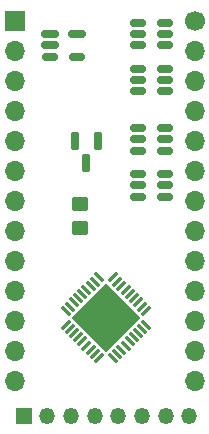
<source format=gbr>
%TF.GenerationSoftware,KiCad,Pcbnew,7.0.8*%
%TF.CreationDate,2024-04-19T17:39:30-04:00*%
%TF.ProjectId,rcl57_mcu,72636c35-375f-46d6-9375-2e6b69636164,rev?*%
%TF.SameCoordinates,Original*%
%TF.FileFunction,Soldermask,Top*%
%TF.FilePolarity,Negative*%
%FSLAX46Y46*%
G04 Gerber Fmt 4.6, Leading zero omitted, Abs format (unit mm)*
G04 Created by KiCad (PCBNEW 7.0.8) date 2024-04-19 17:39:30*
%MOMM*%
%LPD*%
G01*
G04 APERTURE LIST*
G04 Aperture macros list*
%AMRoundRect*
0 Rectangle with rounded corners*
0 $1 Rounding radius*
0 $2 $3 $4 $5 $6 $7 $8 $9 X,Y pos of 4 corners*
0 Add a 4 corners polygon primitive as box body*
4,1,4,$2,$3,$4,$5,$6,$7,$8,$9,$2,$3,0*
0 Add four circle primitives for the rounded corners*
1,1,$1+$1,$2,$3*
1,1,$1+$1,$4,$5*
1,1,$1+$1,$6,$7*
1,1,$1+$1,$8,$9*
0 Add four rect primitives between the rounded corners*
20,1,$1+$1,$2,$3,$4,$5,0*
20,1,$1+$1,$4,$5,$6,$7,0*
20,1,$1+$1,$6,$7,$8,$9,0*
20,1,$1+$1,$8,$9,$2,$3,0*%
%AMRotRect*
0 Rectangle, with rotation*
0 The origin of the aperture is its center*
0 $1 length*
0 $2 width*
0 $3 Rotation angle, in degrees counterclockwise*
0 Add horizontal line*
21,1,$1,$2,0,0,$3*%
G04 Aperture macros list end*
%ADD10RoundRect,0.062500X0.380070X-0.291682X-0.291682X0.380070X-0.380070X0.291682X0.291682X-0.380070X0*%
%ADD11RoundRect,0.062500X0.380070X0.291682X0.291682X0.380070X-0.380070X-0.291682X-0.291682X-0.380070X0*%
%ADD12RotRect,4.100000X4.100000X135.000000*%
%ADD13RoundRect,0.150000X-0.512500X-0.150000X0.512500X-0.150000X0.512500X0.150000X-0.512500X0.150000X0*%
%ADD14R,1.350000X1.350000*%
%ADD15O,1.350000X1.350000*%
%ADD16RoundRect,0.250000X0.450000X-0.350000X0.450000X0.350000X-0.450000X0.350000X-0.450000X-0.350000X0*%
%ADD17RoundRect,0.150000X-0.150000X0.650000X-0.150000X-0.650000X0.150000X-0.650000X0.150000X0.650000X0*%
%ADD18RoundRect,0.150000X-0.600000X-0.150000X0.600000X-0.150000X0.600000X0.150000X-0.600000X0.150000X0*%
%ADD19R,1.700000X1.700000*%
%ADD20O,1.700000X1.700000*%
%ADD21C,1.700000*%
G04 APERTURE END LIST*
D10*
%TO.C,U1*%
X145452201Y-110730214D03*
X145805754Y-110376661D03*
X146159308Y-110023107D03*
X146512861Y-109669554D03*
X146866414Y-109316000D03*
X147219968Y-108962447D03*
X147573521Y-108608894D03*
X147927075Y-108255340D03*
X148280628Y-107901787D03*
D11*
X148280628Y-106717383D03*
X147927075Y-106363830D03*
X147573521Y-106010276D03*
X147219968Y-105656723D03*
X146866414Y-105303170D03*
X146512861Y-104949616D03*
X146159308Y-104596063D03*
X145805754Y-104242509D03*
X145452201Y-103888956D03*
D10*
X144267797Y-103888956D03*
X143914244Y-104242509D03*
X143560690Y-104596063D03*
X143207137Y-104949616D03*
X142853584Y-105303170D03*
X142500030Y-105656723D03*
X142146477Y-106010276D03*
X141792923Y-106363830D03*
X141439370Y-106717383D03*
D11*
X141439370Y-107901787D03*
X141792923Y-108255340D03*
X142146477Y-108608894D03*
X142500030Y-108962447D03*
X142853584Y-109316000D03*
X143207137Y-109669554D03*
X143560690Y-110023107D03*
X143914244Y-110376661D03*
X144267797Y-110730214D03*
D12*
X144859999Y-107309585D03*
%TD*%
D13*
%TO.C,Q2*%
X147562500Y-91250000D03*
X147562500Y-92200000D03*
X147562500Y-93150000D03*
X149837500Y-93150000D03*
X149837500Y-92200000D03*
X149837500Y-91250000D03*
%TD*%
D14*
%TO.C,J3*%
X137900000Y-115600000D03*
D15*
X139900000Y-115600000D03*
X141900000Y-115600000D03*
X143900000Y-115600000D03*
X145900000Y-115600000D03*
X147900000Y-115600000D03*
X149900000Y-115600000D03*
X151900000Y-115600000D03*
%TD*%
D13*
%TO.C,Q4*%
X147562500Y-86250000D03*
X147562500Y-87200000D03*
X147562500Y-88150000D03*
X149837500Y-88150000D03*
X149837500Y-87200000D03*
X149837500Y-86250000D03*
%TD*%
D16*
%TO.C,R3*%
X142700000Y-99700000D03*
X142700000Y-97700000D03*
%TD*%
D13*
%TO.C,Q3*%
X147562500Y-95150000D03*
X147562500Y-96100000D03*
X147562500Y-97050000D03*
X149837500Y-97050000D03*
X149837500Y-96100000D03*
X149837500Y-95150000D03*
%TD*%
D17*
%TO.C,U4*%
X144150000Y-92362500D03*
X142250000Y-92362500D03*
X143200000Y-94237500D03*
%TD*%
D13*
%TO.C,Q1*%
X149837500Y-82350000D03*
X149837500Y-83300000D03*
X149837500Y-84250000D03*
X147562500Y-84250000D03*
X147562500Y-83300000D03*
X147562500Y-82350000D03*
%TD*%
D18*
%TO.C,U3*%
X140122500Y-83300000D03*
X140122500Y-84250000D03*
D13*
X140122500Y-85200000D03*
X142397500Y-85200000D03*
D18*
X142397500Y-83300000D03*
%TD*%
D19*
%TO.C,J1*%
X137160000Y-82147058D03*
D20*
X137160000Y-84687058D03*
X137160000Y-87227058D03*
X137160000Y-89767058D03*
X137160000Y-92307058D03*
X137160000Y-94847058D03*
X137160000Y-97387058D03*
X137160000Y-99927058D03*
X137160000Y-102467058D03*
X137160000Y-105007058D03*
X137160000Y-107547058D03*
X137160000Y-110087058D03*
X137160000Y-112627058D03*
%TD*%
D21*
%TO.C,J2*%
X152360000Y-82147056D03*
D20*
X152360000Y-84687056D03*
X152360000Y-87227056D03*
X152360000Y-89767056D03*
X152360000Y-92307056D03*
X152360000Y-94847056D03*
X152360000Y-97387056D03*
X152360000Y-99927056D03*
X152360000Y-102467056D03*
X152360000Y-105007056D03*
X152360000Y-107547056D03*
X152360000Y-110087056D03*
X152360000Y-112627056D03*
%TD*%
M02*

</source>
